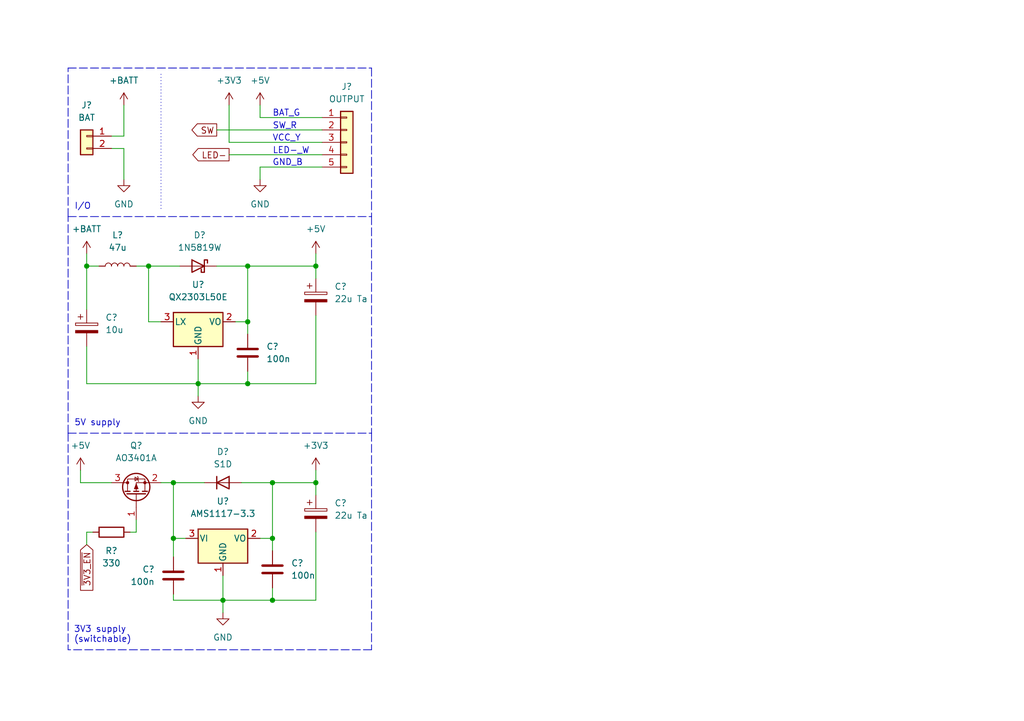
<source format=kicad_sch>
(kicad_sch (version 20211123) (generator eeschema)
  (paper "A5")
  (title_block (title "Napoleon Grill Battery Supply") (date "2024-10-22") (rev "0.1-alpha") (company "Yavook!de") (comment 1 "Napoleon Rogue SE (Special Edition) 425"))
  (lib_symbols
    (symbol "Connector_Generic:Conn_01x02" (pin_names (offset 1.016) hide)
      (property "Reference" "J" (at 0 2.54 0))
      (property "Value" "Conn_01x02" (at 0 -5.08 0))
      (symbol "Conn_01x02_1_1"
        (rectangle (start -1.27 -2.413) (end 0 -2.667) (stroke (width 0.1524)))
        (rectangle (start -1.27 0.127) (end 0 -0.127) (stroke (width 0.1524)))
        (rectangle (start -1.27 1.27) (end 1.27 -3.81) (stroke (width 0.254)) (fill (type background)))
        (pin passive line (at -5.08 0 0) (length 3.81) (name "Pin_1") (number "1"))
        (pin passive line (at -5.08 -2.54 0) (length 3.81) (name "Pin_2") (number "2"))
      )
    )
    (symbol "Connector_Generic:Conn_01x05" (pin_names (offset 1.016) hide)
      (property "Reference" "J" (at 0 7.62 0))
      (property "Value" "Conn_01x05" (at 0 -7.62 0))
      (symbol "Conn_01x05_1_1"
        (rectangle (start -1.27 -4.953) (end 0 -5.207) (stroke (width 0.1524)))
        (rectangle (start -1.27 -2.413) (end 0 -2.667) (stroke (width 0.1524)))
        (rectangle (start -1.27 0.127) (end 0 -0.127) (stroke (width 0.1524)))
        (rectangle (start -1.27 2.667) (end 0 2.413) (stroke (width 0.1524)))
        (rectangle (start -1.27 5.207) (end 0 4.953) (stroke (width 0.1524)))
        (rectangle (start -1.27 6.35) (end 1.27 -6.35) (stroke (width 0.254)) (fill (type background)))
        (pin passive line (at -5.08 5.08 0) (length 3.81) (name "Pin_1") (number "1"))
        (pin passive line (at -5.08 2.54 0) (length 3.81) (name "Pin_2") (number "2"))
        (pin passive line (at -5.08 0 0) (length 3.81) (name "Pin_3") (number "3"))
        (pin passive line (at -5.08 -2.54 0) (length 3.81) (name "Pin_4") (number "4"))
        (pin passive line (at -5.08 -5.08 0) (length 3.81) (name "Pin_5") (number "5"))
      )
    )
    (symbol "Device:C" (pin_numbers hide) (pin_names (offset 0.254))
      (property "Reference" "C" (at 0.635 2.54 0))
      (property "Value" "C" (at 0.635 -2.54 0))
      (symbol "C_0_1"
        (polyline (pts (xy -2.032 -0.762) (xy 2.032 -0.762)) (stroke (width 0.508)))
        (polyline (pts (xy -2.032 0.762) (xy 2.032 0.762)) (stroke (width 0.508)))
      )
      (symbol "C_1_1"
        (pin passive line (at 0 3.81 270) (length 2.794) (name "~") (number "1"))
        (pin passive line (at 0 -3.81 90) (length 2.794) (name "~") (number "2"))
      )
    )
    (symbol "Device:C_Polarized" (pin_numbers hide) (pin_names (offset 0.254))
      (property "Reference" "C" (at 0.635 2.54 0))
      (property "Value" "C_Polarized" (at 0.635 -2.54 0))
      (symbol "C_Polarized_0_1"
        (rectangle (start -2.286 0.508) (end 2.286 1.016))
        (polyline (pts (xy -1.778 2.286) (xy -0.762 2.286)))
        (polyline (pts (xy -1.27 2.794) (xy -1.27 1.778)))
        (rectangle (start 2.286 -0.508) (end -2.286 -1.016) (fill (type outline)))
      )
      (symbol "C_Polarized_1_1"
        (pin passive line (at 0 3.81 270) (length 2.794) (name "~") (number "1"))
        (pin passive line (at 0 -3.81 90) (length 2.794) (name "~") (number "2"))
      )
    )
    (symbol "Device:D_Schottky" (pin_numbers hide) (pin_names (offset 1.016) hide)
      (property "Reference" "D" (at 0 2.54 0))
      (property "Value" "D_Schottky" (at 0 -2.54 0))
      (symbol "D_Schottky_0_1"
        (polyline (pts (xy 1.27 0) (xy -1.27 0)))
        (polyline (pts (xy 1.27 1.27) (xy 1.27 -1.27) (xy -1.27 0) (xy 1.27 1.27)) (stroke (width 0.254)))
        (polyline (pts (xy -1.905 0.635) (xy -1.905 1.27) (xy -1.27 1.27) (xy -1.27 -1.27) (xy -0.635 -1.27) (xy -0.635 -0.635)) (stroke (width 0.254)))
      )
      (symbol "D_Schottky_1_1"
        (pin passive line (at -3.81 0 0) (length 2.54) (name "K") (number "1"))
        (pin passive line (at 3.81 0 180) (length 2.54) (name "A") (number "2"))
      )
    )
    (symbol "Device:L" (pin_numbers hide) (pin_names (offset 1.016) hide)
      (property "Reference" "L" (at -1.27 0 90))
      (property "Value" "L" (at 1.905 0 90))
      (symbol "L_0_1"
        (arc (start 0 -2.54) (mid 0.635 -1.905) (end 0 -1.27))
        (arc (start 0 -1.27) (mid 0.635 -0.635) (end 0 0))
        (arc (start 0 0) (mid 0.635 0.635) (end 0 1.27))
        (arc (start 0 1.27) (mid 0.635 1.905) (end 0 2.54))
      )
      (symbol "L_1_1"
        (pin passive line (at 0 3.81 270) (length 1.27) (name "1") (number "1"))
        (pin passive line (at 0 -3.81 90) (length 1.27) (name "2") (number "2"))
      )
    )
    (symbol "Device:R" (pin_numbers hide) (pin_names (offset 0))
      (property "Reference" "R" (at 2.032 0 90))
      (property "Value" "R" (at 0 0 90))
      (symbol "R_0_1"
        (rectangle (start -1.016 -2.54) (end 1.016 2.54) (stroke (width 0.254)))
      )
      (symbol "R_1_1"
        (pin passive line (at 0 3.81 270) (length 1.27) (name "~") (number "1"))
        (pin passive line (at 0 -3.81 90) (length 1.27) (name "~") (number "2"))
      )
    )
    (symbol "Diode:US1D" (pin_numbers hide) (pin_names (offset 1.016) hide)
      (property "Reference" "D" (at 0 2.54 0))
      (property "Value" "US1D" (at 0 -2.54 0))
      (symbol "US1D_0_1"
        (polyline (pts (xy -1.27 1.27) (xy -1.27 -1.27)) (stroke (width 0.254)))
        (polyline (pts (xy 1.27 0) (xy -1.27 0)))
        (polyline (pts (xy 1.27 1.27) (xy 1.27 -1.27) (xy -1.27 0) (xy 1.27 1.27)) (stroke (width 0.254)))
      )
      (symbol "US1D_1_1"
        (pin passive line (at -3.81 0 0) (length 2.54) (name "K") (number "1"))
        (pin passive line (at 3.81 0 180) (length 2.54) (name "A") (number "2"))
      )
    )
    (symbol "Regulator_Linear:AMS1117-3.3" (pin_names (offset 0.254))
      (property "Reference" "U" (at -3.81 3.175 0))
      (property "Value" "AMS1117-3.3" (at 0 3.175 0))
      (symbol "AMS1117-3.3_0_1"
        (rectangle (start -5.08 -5.08) (end 5.08 1.905) (stroke (width 0.254)) (fill (type background)))
      )
      (symbol "AMS1117-3.3_1_1"
        (pin power_in line (at 0 -7.62 90) (length 2.54) (name "GND") (number "1"))
        (pin power_out line (at 7.62 0 180) (length 2.54) (name "VO") (number "2"))
        (pin power_in line (at -7.62 0 0) (length 2.54) (name "VI") (number "3"))
      )
    )
    (symbol "Transistor_FET:AO3401A" (pin_names hide)
      (property "Reference" "Q" (at 5.08 1.905 0))
      (property "Value" "AO3401A" (at 5.08 0 0))
      (symbol "AO3401A_0_1"
        (polyline (pts (xy 0.254 0) (xy -2.54 0)))
        (polyline (pts (xy 0.254 1.905) (xy 0.254 -1.905)) (stroke (width 0.254)))
        (polyline (pts (xy 0.762 -1.27) (xy 0.762 -2.286)) (stroke (width 0.254)))
        (polyline (pts (xy 0.762 0.508) (xy 0.762 -0.508)) (stroke (width 0.254)))
        (polyline (pts (xy 0.762 2.286) (xy 0.762 1.27)) (stroke (width 0.254)))
        (polyline (pts (xy 2.54 2.54) (xy 2.54 1.778)))
        (polyline (pts (xy 2.54 -2.54) (xy 2.54 0) (xy 0.762 0)))
        (polyline (pts (xy 0.762 1.778) (xy 3.302 1.778) (xy 3.302 -1.778) (xy 0.762 -1.778)))
        (polyline (pts (xy 2.286 0) (xy 1.27 0.381) (xy 1.27 -0.381) (xy 2.286 0)) (fill (type outline)))
        (polyline (pts (xy 2.794 -0.508) (xy 2.921 -0.381) (xy 3.683 -0.381) (xy 3.81 -0.254)))
        (polyline (pts (xy 3.302 -0.381) (xy 2.921 0.254) (xy 3.683 0.254) (xy 3.302 -0.381)))
        (circle (center 1.651 0) (radius 2.794) (stroke (width 0.254)))
        (circle (center 2.54 -1.778) (radius 0.254) (fill (type outline)))
        (circle (center 2.54 1.778) (radius 0.254) (fill (type outline)))
      )
      (symbol "AO3401A_1_1"
        (pin input line (at -5.08 0 0) (length 2.54) (name "G") (number "1"))
        (pin passive line (at 2.54 -5.08 90) (length 2.54) (name "S") (number "2"))
        (pin passive line (at 2.54 5.08 270) (length 2.54) (name "D") (number "3"))
      )
    )
    (symbol "mini-boards:QX2303L50E" (pin_names (offset 0.254))
      (property "Reference" "U" (at -3.81 3.175 0))
      (property "Value" "QX2303L50E" (at 0 3.175 0))
      (symbol "QX2303L50E_0_1"
        (rectangle (start -5.08 -5.08) (end 5.08 1.905) (stroke (width 0.254)) (fill (type background)))
      )
      (symbol "QX2303L50E_1_1"
        (pin power_in line (at 0 -7.62 90) (length 2.54) (name "GND") (number "1"))
        (pin power_out line (at 7.62 0 180) (length 2.54) (name "VO") (number "2"))
        (pin open_collector line (at -7.62 0 0) (length 2.54) (name "LX") (number "3"))
      )
    )
    (symbol "power:+3V3" (power) (pin_names (offset 0))
      (property "Value" "+3V3" (at 0 3.556 0))
      (symbol "+3V3_0_1"
        (polyline (pts (xy -0.762 1.27) (xy 0 2.54)))
        (polyline (pts (xy 0 0) (xy 0 2.54)))
        (polyline (pts (xy 0 2.54) (xy 0.762 1.27)))
      )
      (symbol "+3V3_1_1"
        (pin power_in line (at 0 0 90) (length 0) hide (name "+3V3") (number "1"))
      )
    )
    (symbol "power:+5V" (power) (pin_names (offset 0))
      (property "Value" "+5V" (at 0 3.556 0))
      (symbol "+5V_0_1"
        (polyline (pts (xy -0.762 1.27) (xy 0 2.54)))
        (polyline (pts (xy 0 0) (xy 0 2.54)))
        (polyline (pts (xy 0 2.54) (xy 0.762 1.27)))
      )
      (symbol "+5V_1_1"
        (pin power_in line (at 0 0 90) (length 0) hide (name "+5V") (number "1"))
      )
    )
    (symbol "power:+BATT" (power) (pin_names (offset 0))
      (property "Value" "+BATT" (at 0 3.556 0))
      (symbol "+BATT_0_1"
        (polyline (pts (xy -0.762 1.27) (xy 0 2.54)))
        (polyline (pts (xy 0 0) (xy 0 2.54)))
        (polyline (pts (xy 0 2.54) (xy 0.762 1.27)))
      )
      (symbol "+BATT_1_1"
        (pin power_in line (at 0 0 90) (length 0) hide (name "+BATT") (number "1"))
      )
    )
    (symbol "power:GND" (power) (pin_names (offset 0))
      (property "Value" "GND" (at 0 -3.81 0))
      (symbol "GND_0_1"
        (polyline (pts (xy 0 0) (xy 0 -1.27) (xy 1.27 -1.27) (xy 0 -2.54) (xy -1.27 -1.27) (xy 0 -1.27)))
      )
      (symbol "GND_1_1"
        (pin power_in line (at 0 0 270) (length 0) hide (name "GND") (number "1"))
      )
    )
  )
  (junction (at 40.64 78.74))
  (junction (at 50.8 78.74))
  (junction (at 35.56 110.49))
  (junction (at 35.56 99.06))
  (junction (at 55.88 123.19))
  (junction (at 50.8 54.61))
  (junction (at 30.48 54.61))
  (junction (at 45.72 123.19))
  (junction (at 64.77 99.06))
  (junction (at 64.77 54.61))
  (junction (at 17.78 54.61))
  (junction (at 55.88 110.49))
  (junction (at 50.8 66.04))
  (junction (at 55.88 99.06))
  (wire (pts (xy 50.8 54.61) (xy 64.77 54.61)))
  (wire (pts (xy 16.51 99.06) (xy 22.86 99.06)))
  (wire (pts (xy 49.53 99.06) (xy 55.88 99.06)))
  (wire (pts (xy 53.34 34.29) (xy 53.34 36.83)))
  (polyline (pts (xy 13.97 88.9) (xy 76.2 88.9)))
  (wire (pts (xy 40.64 73.66) (xy 40.64 78.74)))
  (wire (pts (xy 44.45 26.67) (xy 66.04 26.67)))
  (wire (pts (xy 35.56 123.19) (xy 45.72 123.19)))
  (wire (pts (xy 46.99 31.75) (xy 66.04 31.75)))
  (wire (pts (xy 55.88 99.06) (xy 55.88 110.49)))
  (wire (pts (xy 55.88 99.06) (xy 64.77 99.06)))
  (wire (pts (xy 25.4 21.59) (xy 25.4 27.94)))
  (polyline (pts (xy 13.97 44.45) (xy 76.2 44.45)))
  (wire (pts (xy 22.86 30.48) (xy 25.4 30.48)))
  (polyline (pts (xy 33.02 15.24) (xy 33.02 43.18)) (stroke (width 0) (type dot)))
  (wire (pts (xy 22.86 27.94) (xy 25.4 27.94)))
  (wire (pts (xy 55.88 120.65) (xy 55.88 123.19)))
  (polyline (pts (xy 76.2 88.9) (xy 76.2 133.35)))
  (wire (pts (xy 64.77 96.52) (xy 64.77 99.06)))
  (wire (pts (xy 17.78 111.76) (xy 17.78 109.22)))
  (wire (pts (xy 64.77 52.07) (xy 64.77 54.61)))
  (wire (pts (xy 48.26 66.04) (xy 50.8 66.04)))
  (wire (pts (xy 16.51 96.52) (xy 16.51 99.06)))
  (wire (pts (xy 17.78 54.61) (xy 20.32 54.61)))
  (wire (pts (xy 17.78 78.74) (xy 40.64 78.74)))
  (wire (pts (xy 55.88 110.49) (xy 55.88 113.03)))
  (wire (pts (xy 27.94 109.22) (xy 27.94 106.68)))
  (wire (pts (xy 64.77 123.19) (xy 55.88 123.19)))
  (wire (pts (xy 64.77 109.22) (xy 64.77 123.19)))
  (polyline (pts (xy 76.2 44.45) (xy 76.2 88.9)))
  (polyline (pts (xy 76.2 133.35) (xy 13.97 133.35)))
  (wire (pts (xy 35.56 121.92) (xy 35.56 123.19)))
  (wire (pts (xy 30.48 54.61) (xy 36.83 54.61)))
  (wire (pts (xy 17.78 109.22) (xy 19.05 109.22)))
  (wire (pts (xy 46.99 29.21) (xy 66.04 29.21)))
  (wire (pts (xy 17.78 52.07) (xy 17.78 54.61)))
  (wire (pts (xy 64.77 64.77) (xy 64.77 78.74)))
  (wire (pts (xy 53.34 24.13) (xy 66.04 24.13)))
  (wire (pts (xy 30.48 66.04) (xy 30.48 54.61)))
  (polyline (pts (xy 13.97 88.9) (xy 13.97 44.45)))
  (wire (pts (xy 50.8 76.2) (xy 50.8 78.74)))
  (polyline (pts (xy 76.2 13.97) (xy 76.2 44.45)))
  (wire (pts (xy 50.8 78.74) (xy 64.77 78.74)))
  (wire (pts (xy 17.78 63.5) (xy 17.78 54.61)))
  (wire (pts (xy 53.34 34.29) (xy 66.04 34.29)))
  (wire (pts (xy 45.72 123.19) (xy 45.72 118.11)))
  (wire (pts (xy 40.64 78.74) (xy 40.64 81.28)))
  (wire (pts (xy 64.77 99.06) (xy 64.77 101.6)))
  (wire (pts (xy 45.72 123.19) (xy 45.72 125.73)))
  (wire (pts (xy 35.56 99.06) (xy 41.91 99.06)))
  (wire (pts (xy 26.67 109.22) (xy 27.94 109.22)))
  (wire (pts (xy 35.56 110.49) (xy 35.56 99.06)))
  (wire (pts (xy 38.1 110.49) (xy 35.56 110.49)))
  (wire (pts (xy 50.8 78.74) (xy 40.64 78.74)))
  (wire (pts (xy 17.78 71.12) (xy 17.78 78.74)))
  (polyline (pts (xy 13.97 13.97) (xy 76.2 13.97)))
  (wire (pts (xy 27.94 54.61) (xy 30.48 54.61)))
  (wire (pts (xy 55.88 123.19) (xy 45.72 123.19)))
  (polyline (pts (xy 13.97 44.45) (xy 13.97 13.97)))
  (wire (pts (xy 53.34 21.59) (xy 53.34 24.13)))
  (wire (pts (xy 50.8 66.04) (xy 50.8 68.58)))
  (wire (pts (xy 44.45 54.61) (xy 50.8 54.61)))
  (wire (pts (xy 35.56 110.49) (xy 35.56 114.3)))
  (wire (pts (xy 33.02 99.06) (xy 35.56 99.06)))
  (wire (pts (xy 53.34 110.49) (xy 55.88 110.49)))
  (polyline (pts (xy 13.97 88.9) (xy 13.97 133.35)))
  (wire (pts (xy 64.77 54.61) (xy 64.77 57.15)))
  (wire (pts (xy 33.02 66.04) (xy 30.48 66.04)))
  (wire (pts (xy 46.99 29.21) (xy 46.99 21.59)))
  (wire (pts (xy 50.8 54.61) (xy 50.8 66.04)))
  (wire (pts (xy 25.4 30.48) (xy 25.4 36.83)))
  (text "I/O" (at 15.24 43.18 0) (effects (font (size 1.27 1.27)) (justify left bottom)))
  (text "VCC_Y" (at 55.8496 29.1853 0) (effects (font (size 1.27 1.27)) (justify left bottom)))
  (text "GND_B" (at 55.8496 34.2009 0) (effects (font (size 1.27 1.27)) (justify left bottom)))
  (text "5V supply" (at 15.2157 87.6125 0) (effects (font (size 1.27 1.27)) (justify left bottom)))
  (text "SW_R" (at 55.88 26.67 0) (effects (font (size 1.27 1.27)) (justify left bottom)))
  (text "BAT_G" (at 55.8496 24.0693 0) (effects (font (size 1.27 1.27)) (justify left bottom)))
  (text "LED-_W" (at 55.88 31.75 0) (effects (font (size 1.27 1.27)) (justify left bottom)))
  (text "3V3 supply\n(switchable)" (at 15.1293 132.0625 0) (effects (font (size 1.27 1.27)) (justify left bottom)))
  (global_label "LED-" (shape output) (at 46.99 31.75 180) (property "Referenzen zwischen Schaltplänen" "${INTERSHEET_REFS}" (effects hide)))
  (global_label "~{3V3_EN}" (shape input) (at 17.78 111.76 270) (property "Referenzen zwischen Schaltplänen" "${INTERSHEET_REFS}" (effects hide)))
  (global_label "SW" (shape output) (at 44.45 26.67 180) (property "Referenzen zwischen Schaltplänen" "${INTERSHEET_REFS}" (effects hide)))
  (symbol (lib_id "power:GND") (at 45.72 125.73 0) (unit 1)
    (property "Reference" "#PWR0111" (effects hide))
    (property "Value" "GND" (at 45.72 130.81 0))
  )
  (symbol (lib_id "power:+5V") (at 64.77 52.07 0) (unit 1)
    (property "Reference" "#PWR0107" (effects hide))
    (property "Value" "+5V" (at 64.77 46.99 0))
  )
  (symbol (lib_id "Device:R") (at 22.86 109.22 90) (unit 1)
    (property "Reference" "R?" (at 22.86 113.03 90))
    (property "Value" "330" (at 22.86 115.57 90))
  )
  (symbol (lib_id "Device:C_Polarized") (at 64.77 60.96 0) (unit 1)
    (property "Reference" "C?" (at 68.58 58.8009 0) (effects (justify left)))
    (property "Value" "22u Ta" (at 68.58 61.3409 0) (effects (justify left)))
    (property "Footprint" "Capacitor_SMD:C_1206_3216Metric_Pad1.33x1.80mm_HandSolder" (effects hide))
  )
  (symbol (lib_id "Device:D_Schottky") (at 40.64 54.61 0) (mirror y) (unit 1)
    (property "Reference" "D?" (at 40.9575 48.26 0))
    (property "Value" "1N5819W" (at 40.9575 50.8 0))
    (property "Footprint" "Diode_SMD:D_SOD-123" (effects hide))
    (property "Datasheet" "https://www.lcsc.com/datasheet/lcsc_datasheet_2307181656_HXY-MOSFET-1N5819W_C5451628.pdf" (effects hide))
  )
  (symbol (lib_id "power:+5V") (at 53.34 21.59 0) (unit 1)
    (property "Reference" "#PWR0101" (effects hide))
    (property "Value" "+5V" (at 53.34 16.51 0))
  )
  (symbol (lib_id "power:+5V") (at 16.51 96.52 0) (unit 1)
    (property "Reference" "#PWR0106" (effects hide))
    (property "Value" "+5V" (at 16.51 91.44 0))
  )
  (symbol (lib_id "Device:C") (at 35.56 118.11 0) (mirror x) (unit 1)
    (property "Reference" "C?" (at 31.75 116.8399 0) (effects (justify right)))
    (property "Value" "100n" (at 31.75 119.3799 0) (effects (justify right)))
  )
  (symbol (lib_id "Device:C") (at 50.8 72.39 0) (unit 1)
    (property "Reference" "C?" (at 54.61 71.1199 0) (effects (justify left)))
    (property "Value" "100n" (at 54.61 73.6599 0) (effects (justify left)))
  )
  (symbol (lib_id "power:GND") (at 53.34 36.83 0) (unit 1)
    (property "Reference" "#PWR0105" (effects hide))
    (property "Value" "GND" (at 53.34 41.91 0))
  )
  (symbol (lib_id "Device:C_Polarized") (at 17.78 67.31 0) (unit 1)
    (property "Reference" "C?" (at 21.59 65.1509 0) (effects (justify left)))
    (property "Value" "10u" (at 21.59 67.6909 0) (effects (justify left)))
    (property "Footprint" "Capacitor_SMD:CP_Elec_4x5.4" (effects hide))
  )
  (symbol (lib_id "power:+BATT") (at 25.4 21.59 0) (unit 1)
    (property "Reference" "#PWR0103" (effects hide))
    (property "Value" "+BATT" (at 25.4 16.51 0))
  )
  (symbol (lib_id "Device:L") (at 24.13 54.61 90) (unit 1)
    (property "Reference" "L?" (at 24.13 48.26 90))
    (property "Value" "47u" (at 24.13 50.8 90))
    (property "Footprint" "Inductor_SMD:L_10.4x10.4_H4.8" (effects hide))
  )
  (symbol (lib_id "power:GND") (at 40.64 81.28 0) (unit 1)
    (property "Reference" "#PWR0109" (effects hide))
    (property "Value" "GND" (at 40.64 86.36 0))
  )
  (symbol (lib_id "power:GND") (at 25.4 36.83 0) (unit 1)
    (property "Reference" "#PWR0104" (effects hide))
    (property "Value" "GND" (at 25.4 41.91 0))
  )
  (symbol (lib_id "Device:C_Polarized") (at 64.77 105.41 0) (unit 1)
    (property "Reference" "C?" (at 68.58 103.2509 0) (effects (justify left)))
    (property "Value" "22u Ta" (at 68.58 105.7909 0) (effects (justify left)))
    (property "Footprint" "Capacitor_SMD:C_1206_3216Metric_Pad1.33x1.80mm_HandSolder" (effects hide))
  )
  (symbol (lib_id "power:+3V3") (at 46.99 21.59 0) (unit 1)
    (property "Reference" "#PWR0102" (effects hide))
    (property "Value" "+3V3" (at 46.99 16.51 0))
  )
  (symbol (lib_id "Regulator_Linear:AMS1117-3.3") (at 45.72 110.49 0) (unit 1)
    (property "Reference" "U?" (at 45.72 102.87 0))
    (property "Value" "AMS1117-3.3" (at 45.72 105.41 0))
    (property "Footprint" "Package_TO_SOT_SMD:SOT-223-3_TabPin2" (effects hide))
    (property "Datasheet" "http://www.advanced-monolithic.com/pdf/ds1117.pdf" (effects hide))
  )
  (symbol (lib_id "power:+3V3") (at 64.77 96.52 0) (unit 1)
    (property "Reference" "#PWR0110" (effects hide))
    (property "Value" "+3V3" (at 64.77 91.44 0))
  )
  (symbol (lib_id "Transistor_FET:AO3401A") (at 27.94 101.6 90) (unit 1)
    (property "Reference" "Q?" (at 27.94 91.44 90))
    (property "Value" "AO3401A" (at 27.94 93.98 90))
    (property "Footprint" "Package_TO_SOT_SMD:SOT-23" (effects hide))
    (property "Datasheet" "http://www.aosmd.com/pdfs/datasheet/AO3401A.pdf" (effects hide))
  )
  (symbol (lib_id "Connector_Generic:Conn_01x02") (at 17.78 27.94 0) (mirror y) (unit 1)
    (property "Reference" "J?" (at 17.78 21.59 0))
    (property "Value" "BAT" (at 17.78 24.13 0))
  )
  (symbol (lib_id "Device:C") (at 55.88 116.84 0) (unit 1)
    (property "Reference" "C?" (at 59.69 115.5699 0) (effects (justify left)))
    (property "Value" "100n" (at 59.69 118.1099 0) (effects (justify left)))
  )
  (symbol (lib_id "power:+BATT") (at 17.78 52.07 0) (unit 1)
    (property "Reference" "#PWR0108" (effects hide))
    (property "Value" "+BATT" (at 17.78 46.99 0))
  )
  (symbol (lib_id "Diode:US1D") (at 45.72 99.06 0) (unit 1)
    (property "Reference" "D?" (at 45.72 92.71 0))
    (property "Value" "S1D" (at 45.72 95.25 0))
    (property "Footprint" "Diode_SMD:D_SMA_Handsoldering" (effects hide))
    (property "Datasheet" "https://www.vishay.com/docs/88711/s1.pdf" (effects hide))
  )
  (symbol (lib_id "mini-boards:QX2303L50E") (at 40.64 66.04 0) (unit 1)
    (property "Reference" "U?" (at 40.64 58.42 0))
    (property "Value" "QX2303L50E" (at 40.64 60.96 0))
    (property "Footprint" "Package_TO_SOT_SMD:SOT-89-3_Handsoldering" (effects hide))
    (property "Datasheet" "https://www.lcsc.com/datasheet/lcsc_datasheet_1809201531_QX-Micro-Devices-QX2303L50TO_C236066.pdf" (effects hide))
  )
  (symbol (lib_id "Connector_Generic:Conn_01x05") (at 71.12 29.21 0) (unit 1)
    (property "Reference" "J?" (at 71.12 17.78 0))
    (property "Value" "OUTPUT" (at 71.12 20.32 0))
  )
)
</source>
